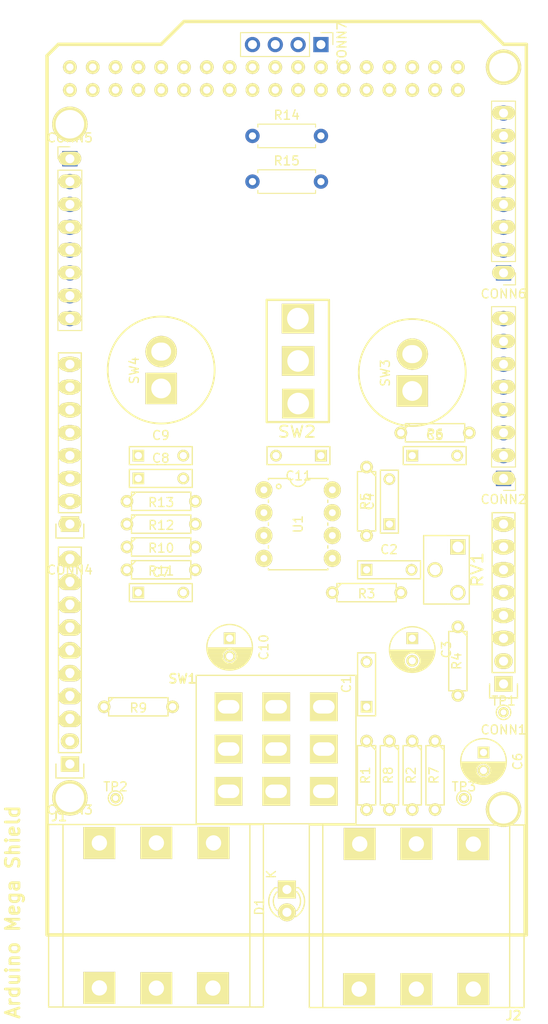
<source format=kicad_pcb>
(kicad_pcb (version 20211014) (generator pcbnew)
  (layers (0 "F.Cu" signal) (31 "B.Cu" signal) (34 "B.Paste" user) (35 "F.Paste" user) (36 "B.SilkS" user "B.Silkscreen") (37 "F.SilkS" user "F.Silkscreen") (38 "B.Mask" user) (39 "F.Mask" user) (44 "Edge.Cuts" user))
  (net 0 "")
  (net 1 "/FX In")
  (net 2 "Net-(C1-Pad2)")
  (net 3 "GND")
  (net 4 "Net-(C2-Pad2)")
  (net 5 "Net-(C3-Pad1)")
  (net 6 "Net-(C4-Pad1)")
  (net 7 "Net-(C4-Pad2)")
  (net 8 "/A0")
  (net 9 "Net-(C6-Pad1)")
  (net 10 "Net-(C7-Pad2)")
  (net 11 "Net-(C8-Pad1)")
  (net 12 "Net-(C9-Pad1)")
  (net 13 "Net-(C10-Pad1)")
  (net 14 "/FX Out")
  (net 15 "+5V")
  (net 17 "/IOref")
  (net 18 "/RST")
  (net 19 "/+3V3")
  (net 20 "/VIN")
  (net 21 "/A1")
  (net 22 "/A2")
  (net 23 "/A3")
  (net 24 "/A4")
  (net 25 "/A5")
  (net 30 "/AREF")
  (net 31 "/GND_DISPLAY")
  (net 32 "/DIG_13")
  (net 33 "/DIG_12")
  (net 34 "/PWM_11")
  (net 35 "/PWM_10")
  (net 36 "/PWM_9")
  (net 37 "/DIG_8")
  (net 38 "/DIG_7")
  (net 39 "/PWM_6")
  (net 40 "/PWM_5")
  (net 41 "/DIG_4")
  (net 42 "/PWM_3")
  (net 43 "/DIG_2")
  (net 44 "/TX_1")
  (net 45 "/RX_0")
  (net 46 "/SCL")
  (net 47 "/SDA")
  (net 62 "Net-(D1-Pad2)")
  (net 63 "/Output Jack")
  (net 64 "/Input Jack")
  (net 65 "Net-(R4-Pad2)")
  (net 66 "/Bypass")
  (net 67 "/Fx In")
  (footprint "Capacitors_ThroughHole:C_Rect_L7_W2_P5" (layer "F.Cu") (at 129.54 96.52)
    (fp_text reference "C8" (at 2.5 -2.25) (layer "F.SilkS"))
    (fp_text value "6.8n")
    (pad "1" thru_hole rect locked (at 0 0) (size 1.3 1.3) (drill 0.8) (layers *.Cu *.Mask "F.SilkS") (net 11 "Net-(C8-Pad1)"))
    (pad "2" thru_hole circle locked (at 5 0) (size 1.3 1.3) (drill 0.8) (layers *.Cu *.Mask "F.SilkS") (net 3 "GND"))
  )
  (footprint "Capacitors_ThroughHole:C_Rect_L7_W2_P5" (layer "F.Cu") (at 149.86 93.98 180)
    (fp_text reference "C11" (at 2.5 -2.25) (layer "F.SilkS"))
    (fp_text value "100n")
    (pad "1" thru_hole rect locked (at 0 0 180) (size 1.3 1.3) (drill 0.8) (layers *.Cu *.Mask "F.SilkS") (net 15 "+5V"))
    (pad "2" thru_hole circle locked (at 5 0 180) (size 1.3 1.3) (drill 0.8) (layers *.Cu *.Mask "F.SilkS") (net 3 "GND"))
  )
  (footprint "Capacitors_ThroughHole:C_Radial_D5_L11_P2" (layer "F.Cu") (at 139.7 114.3 -90)
    (fp_text reference "C10" (at 1 -3.8 90) (layer "F.SilkS"))
    (fp_text value "4.7u")
    (pad "1" thru_hole rect locked (at 0 0 270) (size 1.3 1.3) (drill 0.8) (layers *.Cu *.Mask "F.SilkS") (net 13 "Net-(C10-Pad1)"))
    (pad "2" thru_hole circle locked (at 2 0 270) (size 1.3 1.3) (drill 0.8) (layers *.Cu *.Mask "F.SilkS") (net 14 "/FX Out"))
  )
  (footprint "Discret:R3" (layer "F.Cu") (at 132.08 101.6)
    (fp_text reference "R12" (at 0 0.127) (layer "F.SilkS"))
    (fp_text value "4.7K")
    (pad "1" thru_hole circle locked (at -3.81 0) (size 1.397 1.397) (drill 0.8128) (layers *.Cu *.Mask "F.SilkS") (net 10 "Net-(C7-Pad2)"))
    (pad "2" thru_hole circle locked (at 3.81 0) (size 1.397 1.397) (drill 0.8128) (layers *.Cu *.Mask "F.SilkS") (net 12 "Net-(C9-Pad1)"))
  )
  (footprint "Pin_Headers:Pin_Header_Straight_1x08" (layer "F.Cu") (at 170.18 119.38 180)
    (fp_text reference "CONN1" (at 0 -5.1) (layer "F.SilkS"))
    (fp_text value "CONN_01X08")
    (pad "1" thru_hole rect locked (at 0 0 180) (size 2.032 1.7272) (drill 1.016) (layers *.Cu *.Mask "F.SilkS"))
    (pad "2" thru_hole oval locked (at 0 2.54 180) (size 2.032 1.7272) (drill 1.016) (layers *.Cu *.Mask "F.SilkS") (net 17 "/IOref"))
    (pad "3" thru_hole oval locked (at 0 5.08 180) (size 2.032 1.7272) (drill 1.016) (layers *.Cu *.Mask "F.SilkS") (net 18 "/RST"))
    (pad "4" thru_hole oval locked (at 0 7.62 180) (size 2.032 1.7272) (drill 1.016) (layers *.Cu *.Mask "F.SilkS") (net 19 "/+3V3"))
    (pad "5" thru_hole oval locked (at 0 10.16 180) (size 2.032 1.7272) (drill 1.016) (layers *.Cu *.Mask "F.SilkS") (net 15 "+5V"))
    (pad "6" thru_hole oval locked (at 0 12.7 180) (size 2.032 1.7272) (drill 1.016) (layers *.Cu *.Mask "F.SilkS") (net 3 "GND"))
    (pad "7" thru_hole oval locked (at 0 15.24 180) (size 2.032 1.7272) (drill 1.016) (layers *.Cu *.Mask "F.SilkS") (net 3 "GND"))
    (pad "8" thru_hole oval locked (at 0 17.78 180) (size 2.032 1.7272) (drill 1.016) (layers *.Cu *.Mask "F.SilkS") (net 20 "/VIN"))
  )
  (footprint "Capacitors_ThroughHole:C_Rect_L7_W2_P5" (layer "F.Cu") (at 154.94 106.68)
    (fp_text reference "C2" (at 2.5 -2.25) (layer "F.SilkS"))
    (fp_text value "6.8n")
    (pad "1" thru_hole rect locked (at 0 0) (size 1.3 1.3) (drill 0.8) (layers *.Cu *.Mask "F.SilkS") (net 3 "GND"))
    (pad "2" thru_hole circle locked (at 5 0) (size 1.3 1.3) (drill 0.8) (layers *.Cu *.Mask "F.SilkS") (net 4 "Net-(C2-Pad2)"))
  )
  (footprint "Discret:R3" (layer "F.Cu") (at 160.02 129.54 -90)
    (fp_text reference "R2" (at 0 0.127 90) (layer "F.SilkS"))
    (fp_text value "1M")
    (pad "1" thru_hole circle locked (at -3.81 0 270) (size 1.397 1.397) (drill 0.8128) (layers *.Cu *.Mask "F.SilkS") (net 2 "Net-(C1-Pad2)"))
    (pad "2" thru_hole circle locked (at 3.81 0 270) (size 1.397 1.397) (drill 0.8128) (layers *.Cu *.Mask "F.SilkS") (net 9 "Net-(C6-Pad1)"))
  )
  (footprint "lib_psuno:JACK_AUDIO" (layer "F.Cu") (at 119.453226 134.113736)
    (fp_text reference "J1" (at 1.27 0) (layer "F.SilkS") (effects (font (size 1.016 1.016) (thickness 0.2032))))
    (fp_text value "OUTPUT" hide)
    (pad "1" thru_hole rect locked (at 18.3896 19.09318) (size 3.556 3.556) (drill 1.7) (layers *.Cu *.Mask "F.SilkS") (net 63 "/Output Jack"))
    (pad "2" thru_hole rect locked (at 12.0904 19.1008) (size 3.556 3.556) (drill 1.7) (layers *.Cu *.Mask "F.SilkS") (net 3 "GND"))
    (pad "3" thru_hole rect locked (at 5.74802 19.0754) (size 3.556 3.556) (drill 1.7) (layers *.Cu *.Mask "F.SilkS") (net 3 "GND"))
    (pad "4" thru_hole rect locked (at 18.4531 2.9464) (size 3.556 3.556) (drill 1.7) (layers *.Cu *.Mask "F.SilkS"))
    (pad "5" thru_hole rect locked (at 12.0904 2.9464) (size 3.556 3.556) (drill 1.7) (layers *.Cu *.Mask "F.SilkS"))
    (pad "6" thru_hole rect locked (at 5.74802 2.95402) (size 3.556 3.556) (drill 1.7) (layers *.Cu *.Mask "F.SilkS"))
  )
  (footprint "lib_psuno:push_buttom_psuno" (layer "F.Cu") (at 132.08 86.51 90)
    (fp_text reference "SW4" (at 2 -3 90) (layer "F.SilkS"))
    (fp_text value "SW_PUSH")
    (pad "1" thru_hole rect locked (at 0 0 90) (size 3.5 3.5) (drill oval 2.2) (layers *.Cu *.Mask "F.SilkS") (net 3 "GND"))
    (pad "2" thru_hole circle locked (at 4.1 0 90) (size 3.5 3.5) (drill oval 2 2.2) (layers *.Cu *.Mask "F.SilkS") (net 25 "/A5"))
  )
  (footprint "Resistors_ThroughHole:R_Axial_DIN0207_L6.3mm_D2.5mm_P7.62mm_Horizontal" (layer "F.Cu") (at 142.24 63.5)
    (fp_text reference "R15" (at 3.81 -2.31) (layer "F.SilkS"))
    (fp_text value "4.7K")
    (pad "1" thru_hole circle locked (at 0 0) (size 1.6 1.6) (drill 0.8) (layers *.Cu *.Mask) (net 15 "+5V"))
    (pad "2" thru_hole oval locked (at 7.62 0) (size 1.6 1.6) (drill 0.8) (layers *.Cu *.Mask) (net 47 "/SDA"))
  )
  (footprint "Pin_Headers:Pin_Header_Straight_1x04_Pitch2.54mm" (layer "F.Cu") (at 149.86 48.26 -90)
    (fp_text reference "CONN7" (at 0 -2.33 90) (layer "F.SilkS"))
    (fp_text value "CONN_01X04")
    (pad "1" thru_hole rect locked (at 0 0 270) (size 1.7 1.7) (drill 1) (layers *.Cu *.Mask) (net 47 "/SDA"))
    (pad "2" thru_hole oval locked (at 0 2.54 270) (size 1.7 1.7) (drill 1) (layers *.Cu *.Mask) (net 46 "/SCL"))
    (pad "3" thru_hole oval locked (at 0 5.08 270) (size 1.7 1.7) (drill 1) (layers *.Cu *.Mask) (net 15 "+5V"))
    (pad "4" thru_hole oval locked (at 0 7.62 270) (size 1.7 1.7) (drill 1) (layers *.Cu *.Mask) (net 31 "/GND_DISPLAY"))
  )
  (footprint "Discret:R3" (layer "F.Cu") (at 154.94 99.06 -90)
    (fp_text reference "R5" (at 0 0.127 90) (layer "F.SilkS"))
    (fp_text value "100K")
    (pad "1" thru_hole circle locked (at -3.81 0 270) (size 1.397 1.397) (drill 0.8128) (layers *.Cu *.Mask "F.SilkS") (net 6 "Net-(C4-Pad1)"))
    (pad "2" thru_hole circle locked (at 3.81 0 270) (size 1.397 1.397) (drill 0.8128) (layers *.Cu *.Mask "F.SilkS") (net 7 "Net-(C4-Pad2)"))
  )
  (footprint "Connect:PINTST" (layer "F.Cu") (at 165.772872 132.08)
    (fp_text reference "TP3" (at 0 -1.26746) (layer "F.SilkS"))
    (fp_text value "2V5 TP")
    (pad "1" thru_hole circle locked (at 0 0) (size 1.143 1.143) (drill 0.635) (layers *.Cu *.Mask "F.SilkS") (net 9 "Net-(C6-Pad1)"))
  )
  (footprint "Discret:R3" (layer "F.Cu") (at 162.56 91.44)
    (fp_text reference "R6" (at 0 0.127) (layer "F.SilkS"))
    (fp_text value "4.7K")
    (pad "1" thru_hole circle locked (at -3.81 0) (size 1.397 1.397) (drill 0.8128) (layers *.Cu *.Mask "F.SilkS") (net 7 "Net-(C4-Pad2)"))
    (pad "2" thru_hole circle locked (at 3.81 0) (size 1.397 1.397) (drill 0.8128) (layers *.Cu *.Mask "F.SilkS") (net 8 "/A0"))
  )
  (footprint "Discret:R3" (layer "F.Cu") (at 165.1 116.84 -90)
    (fp_text reference "R4" (at 0 0.127 90) (layer "F.SilkS"))
    (fp_text value "4.7K")
    (pad "1" thru_hole circle locked (at -3.81 0 270) (size 1.397 1.397) (drill 0.8128) (layers *.Cu *.Mask "F.SilkS") (net 5 "Net-(C3-Pad1)"))
    (pad "2" thru_hole circle locked (at 3.81 0 270) (size 1.397 1.397) (drill 0.8128) (layers *.Cu *.Mask "F.SilkS") (net 65 "Net-(R4-Pad2)"))
  )
  (footprint "Capacitors_ThroughHole:C_Rect_L7_W2_P5" (layer "F.Cu") (at 129.54 109.22)
    (fp_text reference "C7" (at 2.5 -2.25) (layer "F.SilkS"))
    (fp_text value "6.8n")
    (pad "1" thru_hole rect locked (at 0 0) (size 1.3 1.3) (drill 0.8) (layers *.Cu *.Mask "F.SilkS") (net 3 "GND"))
    (pad "2" thru_hole circle locked (at 5 0) (size 1.3 1.3) (drill 0.8) (layers *.Cu *.Mask "F.SilkS") (net 10 "Net-(C7-Pad2)"))
  )
  (footprint "Capacitors_ThroughHole:C_Rect_L7_W2_P5" (layer "F.Cu") (at 157.48 101.6 90)
    (fp_text reference "C4" (at 2.5 -2.25 90) (layer "F.SilkS"))
    (fp_text value "270p")
    (pad "1" thru_hole rect locked (at 0 0 90) (size 1.3 1.3) (drill 0.8) (layers *.Cu *.Mask "F.SilkS") (net 6 "Net-(C4-Pad1)"))
    (pad "2" thru_hole circle locked (at 5 0 90) (size 1.3 1.3) (drill 0.8) (layers *.Cu *.Mask "F.SilkS") (net 7 "Net-(C4-Pad2)"))
  )
  (footprint "Discret:R3" (layer "F.Cu") (at 154.94 129.54 -90)
    (fp_text reference "R1" (at 0 0.127 90) (layer "F.SilkS"))
    (fp_text value "1M")
    (pad "1" thru_hole circle locked (at -3.81 0 270) (size 1.397 1.397) (drill 0.8128) (layers *.Cu *.Mask "F.SilkS") (net 1 "/FX In"))
    (pad "2" thru_hole circle locked (at 3.81 0 270) (size 1.397 1.397) (drill 0.8128) (layers *.Cu *.Mask "F.SilkS") (net 3 "GND"))
  )
  (footprint "lib_psuno:push_buttom_psuno" (layer "F.Cu") (at 160.02 86.79 90)
    (fp_text reference "SW3" (at 2 -3 90) (layer "F.SilkS"))
    (fp_text value "SW_PUSH")
    (pad "1" thru_hole rect locked (at 0 0 90) (size 3.5 3.5) (drill oval 2.2) (layers *.Cu *.Mask "F.SilkS") (net 3 "GND"))
    (pad "2" thru_hole circle locked (at 4.1 0 90) (size 3.5 3.5) (drill oval 2 2.2) (layers *.Cu *.Mask "F.SilkS") (net 24 "/A4"))
  )
  (footprint "Discret:R3" (layer "F.Cu") (at 129.54 121.92)
    (fp_text reference "R9" (at 0 0.127) (layer "F.SilkS"))
    (fp_text value "4.7K")
    (pad "1" thru_hole circle locked (at -3.81 0) (size 1.397 1.397) (drill 0.8128) (layers *.Cu *.Mask "F.SilkS") (net 32 "/DIG_13"))
    (pad "2" thru_hole circle locked (at 3.81 0) (size 1.397 1.397) (drill 0.8128) (layers *.Cu *.Mask "F.SilkS") (net 62 "Net-(D1-Pad2)"))
  )
  (footprint "lib_psuno:SW_SPDT" (layer "F.Cu") (at 147.32 83.4517)
    (fp_text reference "SW2" (at -0.127 7.874) (layer "F.SilkS") (effects (font (size 1.27 1.397) (thickness 0.2))))
    (fp_text value "SWITCH_INV" hide)
    (pad "1" thru_hole rect locked (at -0.0254 -4.7117) (size 3.6 3.3) (drill 2.399999) (layers *.Cu *.Mask "F.SilkS"))
    (pad "2" thru_hole rect locked (at 0 0) (size 3.6 3.3) (drill 2.399999) (layers *.Cu *.Mask "F.SilkS") (net 43 "/DIG_2"))
    (pad "3" thru_hole rect locked (at 0.0127 4.7371) (size 3.6 3.3) (drill 2.399999) (layers *.Cu *.Mask "F.SilkS") (net 3 "GND"))
  )
  (footprint "lib_psuno:POT_LOG" (layer "F.Cu") (at 162.56 106.68 -90)
    (fp_text reference "RV1" (at 0 -4.699 90) (layer "F.SilkS") (effects (font (size 1.27 1.397) (thickness 0.2))))
    (fp_text value "500K" hide)
    (pad "1" thru_hole rect locked (at -2.54 -2.54 270) (size 1.7 1.7) (drill 1.199999) (layers *.Cu *.Mask "F.SilkS") (net 6 "Net-(C4-Pad1)"))
    (pad "2" thru_hole circle locked (at 0 0 270) (size 1.7 1.7) (drill 1.199999) (layers *.Cu *.Mask "F.SilkS") (net 6 "Net-(C4-Pad1)"))
    (pad "3" thru_hole circle locked (at 2.54 -2.54 270) (size 1.7 1.7) (drill 1.199999) (layers *.Cu *.Mask "F.SilkS") (net 65 "Net-(R4-Pad2)"))
  )
  (footprint "Connect:PINTST" (layer "F.Cu") (at 127 132.08)
    (fp_text reference "TP2" (at 0 -1.26746) (layer "F.SilkS"))
    (fp_text value "GND TP")
    (pad "1" thru_hole circle locked (at 0 0) (size 1.143 1.143) (drill 0.635) (layers *.Cu *.Mask "F.SilkS") (net 3 "GND"))
  )
  (footprint "Resistors_ThroughHole:R_Axial_DIN0207_L6.3mm_D2.5mm_P7.62mm_Horizontal" (layer "F.Cu") (at 142.24 58.42)
    (fp_text reference "R14" (at 3.81 -2.31) (layer "F.SilkS"))
    (fp_text value "4.7K")
    (pad "1" thru_hole circle locked (at 0 0) (size 1.6 1.6) (drill 0.8) (layers *.Cu *.Mask) (net 15 "+5V"))
    (pad "2" thru_hole oval locked (at 7.62 0) (size 1.6 1.6) (drill 0.8) (layers *.Cu *.Mask) (net 46 "/SCL"))
  )
  (footprint "LEDs:LED-3MM" (layer "F.Cu") (at 146.074589 142.24 -90)
    (fp_text reference "D1" (at 1.91 3.06 90) (layer "F.SilkS"))
    (fp_text value "LED")
    (fp_text user "K" (at -1.69 1.74 90) (layer "F.SilkS"))
    (pad "1" thru_hole rect locked (at 0 0) (size 2 2) (drill 1.00076) (layers *.Cu *.Mask "F.SilkS") (net 3 "GND"))
    (pad "2" thru_hole circle locked (at 2.54 0 270) (size 2 2) (drill 1.00076) (layers *.Cu *.Mask "F.SilkS") (net 62 "Net-(D1-Pad2)"))
  )
  (footprint "Discret:R3" (layer "F.Cu") (at 132.08 99.06)
    (fp_text reference "R13" (at 0 0.127) (layer "F.SilkS"))
    (fp_text value "4.7K")
    (pad "1" thru_hole circle locked (at -3.81 0) (size 1.397 1.397) (drill 0.8128) (layers *.Cu *.Mask "F.SilkS") (net 12 "Net-(C9-Pad1)"))
    (pad "2" thru_hole circle locked (at 3.81 0) (size 1.397 1.397) (drill 0.8128) (layers *.Cu *.Mask "F.SilkS") (net 11 "Net-(C8-Pad1)"))
  )
  (footprint "Discret:R3" (layer "F.Cu") (at 132.08 104.14)
    (fp_text reference "R10" (at 0 0.127) (layer "F.SilkS"))
    (fp_text value "4.7K")
    (pad "1" thru_hole circle locked (at -3.81 0) (size 1.397 1.397) (drill 0.8128) (layers *.Cu *.Mask "F.SilkS") (net 39 "/PWM_6"))
    (pad "2" thru_hole circle locked (at 3.81 0) (size 1.397 1.397) (drill 0.8128) (layers *.Cu *.Mask "F.SilkS") (net 10 "Net-(C7-Pad2)"))
  )
  (footprint "Capacitors_ThroughHole:C_Rect_L7_W2_P5" (layer "F.Cu") (at 129.54 93.98)
    (fp_text reference "C9" (at 2.5 -2.25) (layer "F.SilkS"))
    (fp_text value "6.8n")
    (pad "1" thru_hole rect locked (at 0 0) (size 1.3 1.3) (drill 0.8) (layers *.Cu *.Mask "F.SilkS") (net 12 "Net-(C9-Pad1)"))
    (pad "2" thru_hole circle locked (at 5 0) (size 1.3 1.3) (drill 0.8) (layers *.Cu *.Mask "F.SilkS") (net 13 "Net-(C10-Pad1)"))
  )
  (footprint "Capacitors_ThroughHole:C_Radial_D5_L11_P2" (layer "F.Cu") (at 167.952687 127 -90)
    (fp_text reference "C6" (at 1 -3.8 90) (layer "F.SilkS"))
    (fp_text value "4.7uF")
    (pad "1" thru_hole rect locked (at 0 0 270) (size 1.3 1.3) (drill 0.8) (layers *.Cu *.Mask "F.SilkS") (net 9 "Net-(C6-Pad1)"))
    (pad "2" thru_hole circle locked (at 2 0 270) (size 1.3 1.3) (drill 0.8) (layers *.Cu *.Mask "F.SilkS") (net 3 "GND"))
  )
  (footprint "Connect:PINTST" (layer "F.Cu") (at 170.18 122.536436)
    (fp_text reference "TP1" (at 0 -1.26746) (layer "F.SilkS"))
    (fp_text value "5V TP")
    (pad "1" thru_hole circle locked (at 0 0) (size 1.143 1.143) (drill 0.635) (layers *.Cu *.Mask "F.SilkS") (net 15 "+5V"))
  )
  (footprint "Discret:R3" (layer "F.Cu") (at 157.48 129.54 -90)
    (fp_text reference "R8" (at 0 0.127 90) (layer "F.SilkS"))
    (fp_text value "100K")
    (pad "1" thru_hole circle locked (at -3.81 0 270) (size 1.397 1.397) (drill 0.8128) (layers *.Cu *.Mask "F.SilkS") (net 15 "+5V"))
    (pad "2" thru_hole circle locked (at 3.81 0 270) (size 1.397 1.397) (drill 0.8128) (layers *.Cu *.Mask "F.SilkS") (net 9 "Net-(C6-Pad1)"))
  )
  (footprint "Discret:R3" (layer "F.Cu") (at 154.94 109.22)
    (fp_text reference "R3" (at 0 0.127) (layer "F.SilkS"))
    (fp_text value "4.7K")
    (pad "1" thru_hole circle locked (at -3.81 0) (size 1.397 1.397) (drill 0.8128) (layers *.Cu *.Mask "F.SilkS") (net 2 "Net-(C1-Pad2)"))
    (pad "2" thru_hole circle locked (at 3.81 0) (size 1.397 1.397) (drill 0.8128) (layers *.Cu *.Mask "F.SilkS") (net 4 "Net-(C2-Pad2)"))
  )
  (footprint "Capacitors_ThroughHole:C_Rect_L7_W2_P5" (layer "F.Cu") (at 160.02 93.98)
    (fp_text reference "C5" (at 2.5 -2.25) (layer "F.SilkS"))
    (fp_text value "6.8n")
    (pad "1" thru_hole rect locked (at 0 0) (size 1.3 1.3) (drill 0.8) (layers *.Cu *.Mask "F.SilkS") (net 3 "GND"))
    (pad "2" thru_hole circle locked (at 5 0) (size 1.3 1.3) (drill 0.8) (layers *.Cu *.Mask "F.SilkS") (net 8 "/A0"))
  )
  (footprint "Pin_Headers:Pin_Header_Straight_1x10" (layer "F.Cu") (at 121.92 128.29 180)
    (fp_text reference "CONN3" (at 0 -5.1) (layer "F.SilkS"))
    (fp_text value "CONN_01X10")
    (pad "1" thru_hole rect locked (at 0 0 180) (size 2.032 1.7272) (drill 1.016) (layers *.Cu *.Mask "F.SilkS"))
    (pad "2" thru_hole oval locked (at 0 2.54 180) (size 2.032 1.7272) (drill 1.016) (layers *.Cu *.Mask "F.SilkS"))
    (pad "3" thru_hole oval locked (at 0 5.08 180) (size 2.032 1.7272) (drill 1.016) (layers *.Cu *.Mask "F.SilkS") (net 30 "/AREF"))
    (pad "4" thru_hole oval locked (at 0 7.62 180) (size 2.032 1.7272) (drill 1.016) (layers *.Cu *.Mask "F.SilkS") (net 31 "/GND_DISPLAY"))
    (pad "5" thru_hole oval locked (at 0 10.16 180) (size 2.032 1.7272) (drill 1.016) (layers *.Cu *.Mask "F.SilkS") (net 32 "/DIG_13"))
    (pad "6" thru_hole oval locked (at 0 12.7 180) (size 2.032 1.7272) (drill 1.016) (layers *.Cu *.Mask "F.SilkS") (net 33 "/DIG_12"))
    (pad "7" thru_hole oval locked (at 0 15.24 180) (size 2.032 1.7272) (drill 1.016) (layers *.Cu *.Mask "F.SilkS") (net 34 "/PWM_11"))
    (pad "8" thru_hole oval locked (at 0 17.78 180) (size 2.032 1.7272) (drill 1.016) (layers *.Cu *.Mask "F.SilkS") (net 35 "/PWM_10"))
    (pad "9" thru_hole oval locked (at 0 20.32 180) (size 2.032 1.7272) (drill 1.016) (layers *.Cu *.Mask "F.SilkS") (net 36 "/PWM_9"))
    (pad "10" thru_hole oval locked (at 0 22.86 180) (size 2.032 1.7272) (drill 1.016) (layers *.Cu *.Mask "F.SilkS") (net 37 "/DIG_8"))
  )
  (footprint "Pin_Headers:Pin_Header_Straight_1x08_Pitch2.54mm" (layer "F.Cu") (at 170.18 96.52 180)
    (fp_text reference "CONN2" (at 0 -2.33) (layer "F.SilkS"))
    (fp_text value "CONN_01X08")
    (pad "1" thru_hole rect locked (at 0 0 180) (size 1.7 1.7) (drill 1) (layers *.Cu *.Mask) (net 8 "/A0"))
    (pad "2" thru_hole oval locked (at 0 2.54 180) (size 1.7 1.7) (drill 1) (layers *.Cu *.Mask) (net 21 "/A1"))
    (pad "3" thru_hole oval locked (at 0 5.08 180) (size 1.7 1.7) (drill 1) (layers *.Cu *.Mask) (net 22 "/A2"))
    (pad "4" thru_hole oval locked (at 0 7.62 180) (size 1.7 1.7) (drill 1) (layers *.Cu *.Mask) (net 23 "/A3"))
    (pad "5" thru_hole oval locked (at 0 10.16 180) (size 1.7 1.7) (drill 1) (layers *.Cu *.Mask) (net 24 "/A4"))
    (pad "6" thru_hole oval locked (at 0 12.7 180) (size 1.7 1.7) (drill 1) (layers *.Cu *.Mask) (net 25 "/A5"))
    (pad "7" thru_hole oval locked (at 0 15.24 180) (size 1.7 1.7) (drill 1) (layers *.Cu *.Mask))
    (pad "8" thru_hole oval locked (at 0 17.78 180) (size 1.7 1.7) (drill 1) (layers *.Cu *.Mask))
  )
  (footprint "Pin_Headers:Pin_Header_Straight_1x08" (layer "F.Cu") (at 121.92 101.6 180)
    (fp_text reference "CONN4" (at 0 -5.1) (layer "F.SilkS"))
    (fp_text value "CONN_01X08")
    (pad "1" thru_hole rect locked (at 0 0 180) (size 2.032 1.7272) (drill 1.016) (layers *.Cu *.Mask "F.SilkS") (net 38 "/DIG_7"))
    (pad "2" thru_hole oval locked (at 0 2.54 180) (size 2.032 1.7272) (drill 1.016) (layers *.Cu *.Mask "F.SilkS") (net 39 "/PWM_6"))
    (pad "3" thru_hole oval locked (at 0 5.08 180) (size 2.032 1.7272) (drill 1.016) (layers *.Cu *.Mask "F.SilkS") (net 40 "/PWM_5"))
    (pad "4" thru_hole oval locked (at 0 7.62 180) (size 2.032 1.7272) (drill 1.016) (layers *.Cu *.Mask "F.SilkS") (net 41 "/DIG_4"))
    (pad "5" thru_hole oval locked (at 0 10.16 180) (size 2.032 1.7272) (drill 1.016) (layers *.Cu *.Mask "F.SilkS") (net 42 "/PWM_3"))
    (pad "6" thru_hole oval locked (at 0 12.7 180) (size 2.032 1.7272) (drill 1.016) (layers *.Cu *.Mask "F.SilkS") (net 43 "/DIG_2"))
    (pad "7" thru_hole oval locked (at 0 15.24 180) (size 2.032 1.7272) (drill 1.016) (layers *.Cu *.Mask "F.SilkS") (net 44 "/TX_1"))
    (pad "8" thru_hole oval locked (at 0 17.78 180) (size 2.032 1.7272) (drill 1.016) (layers *.Cu *.Mask "F.SilkS") (net 45 "/RX_0"))
  )
  (footprint "Capacitors_ThroughHole:C_Rect_L7_W2_P5" (layer "F.Cu") (at 154.94 121.92 90)
    (fp_text reference "C1" (at 2.5 -2.25 90) (layer "F.SilkS"))
    (fp_text value "0.1u")
    (pad "1" thru_hole rect locked (at 0 0 90) (size 1.3 1.3) (drill 0.8) (layers *.Cu *.Mask "F.SilkS") (net 1 "/FX In"))
    (pad "2" thru_hole circle locked (at 5 0 90) (size 1.3 1.3) (drill 0.8) (layers *.Cu *.Mask "F.SilkS") (net 2 "Net-(C1-Pad2)"))
  )
  (footprint "Discret:R3" (layer "F.Cu") (at 132.08 106.68)
    (fp_text reference "R11" (at 0 0.127) (layer "F.SilkS"))
    (fp_text value "1M2")
    (pad "1" thru_hole circle locked (at -3.81 0) (size 1.397 1.397) (drill 0.8128) (layers *.Cu *.Mask "F.SilkS") (net 38 "/DIG_7"))
    (pad "2" thru_hole circle locked (at 3.81 0) (size 1.397 1.397) (drill 0.8128) (layers *.Cu *.Mask "F.SilkS") (net 10 "Net-(C7-Pad2)"))
  )
  (footprint "lib_psuno:JACK_AUDIO" (layer "F.Cu") (at 172.565668 156.268195 180)
    (fp_text reference "J2" (at 1.27 0) (layer "F.SilkS") (effects (font (size 1.016 1.016) (thickness 0.2032))))
    (fp_text value "INPUT" hide)
    (pad "1" thru_hole rect locked (at 18.3896 19.09318 180) (size 3.556 3.556) (drill 1.7) (layers *.Cu *.Mask "F.SilkS") (net 64 "/Input Jack"))
    (pad "2" thru_hole rect locked (at 12.0904 19.1008 180) (size 3.556 3.556) (drill 1.7) (layers *.Cu *.Mask "F.SilkS") (net 3 "GND"))
    (pad "3" thru_hole rect locked (at 5.74802 19.0754 180) (size 3.556 3.556) (drill 1.7) (layers *.Cu *.Mask "F.SilkS") (net 3 "GND"))
    (pad "4" thru_hole rect locked (at 18.4531 2.9464 180) (size 3.556 3.556) (drill 1.7) (layers *.Cu *.Mask "F.SilkS"))
    (pad "5" thru_hole rect locked (at 12.0904 2.9464 180) (size 3.556 3.556) (drill 1.7) (layers *.Cu *.Mask "F.SilkS"))
    (pad "6" thru_hole rect locked (at 5.74802 2.95402 180) (size 3.556 3.556) (drill 1.7) (layers *.Cu *.Mask "F.SilkS"))
  )
  (footprint "Capacitors_ThroughHole:C_Radial_D5_L11_P2.5" (layer "F.Cu") (at 160.02 114.3 -90)
    (fp_text reference "C3" (at 1.25 -3.8 90) (layer "F.SilkS"))
    (fp_text value "4.7u")
    (pad "1" thru_hole rect locked (at 0 0 270) (size 1.3 1.3) (drill 0.8) (layers *.Cu *.Mask "F.SilkS") (net 5 "Net-(C3-Pad1)"))
    (pad "2" thru_hole circle locked (at 2.5 0 270) (size 1.3 1.3) (drill 0.8) (layers *.Cu *.Mask "F.SilkS") (net 3 "GND"))
  )
  (footprint "Discret:R3" (layer "F.Cu") (at 162.56 129.54 -90)
    (fp_text reference "R7" (at 0 0.127 90) (layer "F.SilkS"))
    (fp_text value "100K")
    (pad "1" thru_hole circle locked (at -3.81 0 270) (size 1.397 1.397) (drill 0.8128) (layers *.Cu *.Mask "F.SilkS") (net 3 "GND"))
    (pad "2" thru_hole circle locked (at 3.81 0 270) (size 1.397 1.397) (drill 0.8128) (layers *.Cu *.Mask "F.SilkS") (net 9 "Net-(C6-Pad1)"))
  )
  (footprint "Pin_Headers:Pin_Header_Straight_1x08_Pitch2.54mm" (layer "F.Cu") (at 170.18 73.66 180)
    (fp_text reference "CONN6" (at 0 -2.33) (layer "F.SilkS"))
    (fp_text value "CONN_01X08")
    (pad "1" thru_hole rect locked (at 0 0 180) (size 1.7 1.7) (drill 1) (layers *.Cu *.Mask))
    (pad "2" thru_hole oval locked (at 0 2.54 180) (size 1.7 1.7) (drill 1) (layers *.Cu *.Mask))
    (pad "3" thru_hole oval locked (at 0 5.08 180) (size 1.7 1.7) (drill 1) (layers *.Cu *.Mask))
    (pad "4" thru_hole oval locked (at 0 7.62 180) (size 1.7 1.7) (drill 1) (layers *.Cu *.Mask))
    (pad "5" thru_hole oval locked (at 0 10.16 180) (size 1.7 1.7) (drill 1) (layers *.Cu *.Mask))
    (pad "6" thru_hole oval locked (at 0 12.7 180) (size 1.7 1.7) (drill 1) (layers *.Cu *.Mask))
    (pad "7" thru_hole oval locked (at 0 15.24 180) (size 1.7 1.7) (drill 1) (layers *.Cu *.Mask))
    (pad "8" thru_hole oval locked (at 0 17.78 180) (size 1.7 1.7) (drill 1) (layers *.Cu *.Mask))
  )
  (footprint "lib_psuno:3PDT_psuno" (layer "F.Cu") (at 135.9775 118.42)
    (fp_text reference "SW1" (at -1.524 0.381) (layer "F.SilkS") (effects (font (size 1.016 1.016) (thickness 0.2032))))
    (fp_text value "SWITCH_3PDT" hide)
    (pad "1" thru_hole rect locked (at 3.6 3.5) (size 3.1 3.2) (drill oval 2.4 1.5) (layers *.Cu *.Mask "F.SilkS") (net 14 "/FX Out"))
    (pad "2" thru_hole rect locked (at 3.6 8.2) (size 3.1 3.2) (drill oval 2.4 1.5) (layers *.Cu *.Mask "F.SilkS") (net 63 "/Output Jack"))
    (pad "3" thru_hole rect locked (at 3.6 12.9) (size 3.1 3.2) (drill oval 2.4 1.5) (layers *.Cu *.Mask "F.SilkS") (net 66 "/Bypass"))
    (pad "4" thru_hole rect locked (at 8.9 3.5) (size 3.1 3.2) (drill oval 2.4 1.5) (layers *.Cu *.Mask "F.SilkS"))
    (pad "5" thru_hole rect locked (at 8.9 8.2) (size 3.1 3.2) (drill oval 2.4 1.5) (layers *.Cu *.Mask "F.SilkS") (net 33 "/DIG_12"))
    (pad "6" thru_hole rect locked (at 8.9 12.9) (size 3.1 3.2) (drill oval 2.4 1.5) (layers *.Cu *.Mask "F.SilkS") (net 3 "GND"))
    (pad "7" thru_hole rect locked (at 14.2 3.5) (size 3.1 3.2) (drill oval 2.4 1.5) (layers *.Cu *.Mask "F.SilkS") (net 67 "/Fx In"))
    (pad "8" thru_hole rect locked (at 14.2 8.2) (size 3.1 3.2) (drill oval 2.4 1.5) (layers *.Cu *.Mask "F.SilkS") (net 64 "/Input Jack"))
    (pad "9" thru_hole rect locked (at 14.2 12.9) (size 3.1 3.2) (drill oval 2.4 1.5) (layers *.Cu *.Mask "F.SilkS") (net 66 "/Bypass"))
  )
  (footprint "arduino_shields:ARDUINO MEGA SHIELD" (layer "F.Cu") (at 172.72 147.29025 90)
    (fp_text reference "Arduino Mega Shield" (at 2.54 -57.15 90) (layer "F.SilkS") (effects (font (size 1.524 1.524) (thickness 0.3048))))
    (fp_text value "VAL**" hide)
    (pad "" thru_hole circle (at 90.17 -50.8 180) (size 3.937 3.937) (drill 3.175) (layers *.Cu *.Mask "F.SilkS"))
    (pad "" thru_hole circle (at 15.24 -50.8 180) (size 3.937 3.937) (drill 3.175) (layers *.Cu *.Mask "F.SilkS"))
    (pad "" thru_hole circle (at 96.52 -2.54 180) (size 3.937 3.937) (drill 3.175) (layers *.Cu *.Mask "F.SilkS"))
    (pad "" thru_hole circle (at 13.97 -2.54 180) (size 3.937 3.937) (drill 3.175) (layers *.Cu *.Mask "F.SilkS"))
    (pad "0" thru_hole oval (at 63.5 -50.8 180) (size 2.54 1.524) (drill 0.8128) (layers *.Cu *.Mask "F.SilkS"))
    (pad "1" thru_hole oval (at 60.96 -50.8 180) (size 2.54 1.524) (drill 0.8128) (layers *.Cu *.Mask "F.SilkS"))
    (pad "2" thru_hole oval (at 58.42 -50.8 180) (size 2.54 1.524) (drill 0.8128) (layers *.Cu *.Mask "F.SilkS"))
    (pad "3" thru_hole oval (at 55.88 -50.8 180) (size 2.54 1.524) (drill 0.8128) (layers *.Cu *.Mask "F.SilkS"))
    (pad "3V3" thru_hole oval (at 35.56 -2.54 180) (size 2.54 1.524) (drill 0.8128) (layers *.Cu *.Mask "F.SilkS"))
    (pad "4" thru_hole oval (at 53.34 -50.8 180) (size 2.54 1.524) (drill 0.8128) (layers *.Cu *.Mask "F.SilkS"))
    (pad "5" thru_hole oval (at 50.8 -50.8 180) (size 2.54 1.524) (drill 0.8128) (layers *.Cu *.Mask "F.SilkS"))
    (pad "5V" thru_hole oval (at 38.1 -2.54 180) (size 2.54 1.524) (drill 0.8128) (layers *.Cu *.Mask "F.SilkS"))
    (pad "5V_4" thru_hole circle (at 93.98 -50.8 90) (size 1.524 1.524) (drill 0.8128) (layers *.Cu *.Mask "F.SilkS"))
    (pad "5V_5" thru_hole circle (at 96.52 -50.8 90) (size 1.524 1.524) (drill 0.8128) (layers *.Cu *.Mask "F.SilkS"))
    (pad "6" thru_hole oval (at 48.26 -50.8 180) (size 2.54 1.524) (drill 0.8128) (layers *.Cu *.Mask "F.SilkS"))
    (pad "7" thru_hole oval (at 45.72 -50.8 180) (size 2.54 1.524) (drill 0.8128) (layers *.Cu *.Mask "F.SilkS"))
    (pad "8" thru_hole oval (at 41.656 -50.8 180) (size 2.54 1.524) (drill 0.8128) (layers *.Cu *.Mask "F.SilkS"))
    (pad "9" thru_hole oval (at 39.116 -50.8 180) (size 2.54 1.524) (drill 0.8128) (layers *.Cu *.Mask "F.SilkS"))
    (pad "10" thru_hole oval (at 36.576 -50.8 180) (size 2.54 1.524) (drill 0.8128) (layers *.Cu *.Mask "F.SilkS"))
    (pad "11" thru_hole oval (at 34.036 -50.8 180) (size 2.54 1.524) (drill 0.8128) (layers *.Cu *.Mask "F.SilkS"))
    (pad "12" thru_hole oval (at 31.496 -50.8 180) (size 2.54 1.524) (drill 0.8128) (layers *.Cu *.Mask "F.SilkS"))
    (pad "13" thru_hole oval (at 28.956 -50.8 180) (size 2.54 1.524) (drill 0.8128) (layers *.Cu *.Mask "F.SilkS"))
    (pad "14" thru_hole oval (at 68.58 -50.8 180) (size 2.54 1.524) (drill 0.8128) (layers *.Cu *.Mask "F.SilkS"))
    (pad "15" thru_hole oval (at 71.12 -50.8 180) (size 2.54 1.524) (drill 0.8128) (layers *.Cu *.Mask "F.SilkS"))
    (pad "16" thru_hole oval (at 73.66 -50.8 180) (size 2.54 1.524) (drill 0.8128) (layers *.Cu *.Mask "F.SilkS"))
    (pad "17" thru_hole oval (at 76.2 -50.8 180) (size 2.54 1.524) (drill 0.8128) (layers *.Cu *.Mask "F.SilkS"))
    (pad "18" thru_hole oval (at 78.74 -50.8 180) (size 2.54 1.524) (drill 0.8128) (layers *.Cu *.Mask "F.SilkS"))
    (pad "19" thru_hole oval (at 81.28 -50.8 180) (size 2.54 1.524) (drill 0.8128) (layers *.Cu *.Mask "F.SilkS"))
    (pad "20" thru_hole oval (at 83.82 -50.8 180) (size 2.54 1.524) (drill 0.8128) (layers *.Cu *.Mask "F.SilkS"))
    (pad "21" thru_hole oval (at 86.36 -50.8 180) (size 2.54 1.524) (drill 0.8128) (layers *.Cu *.Mask "F.SilkS"))
    (pad "22" thru_hole circle (at 93.98 -48.26 90) (size 1.524 1.524) (drill 0.8128) (layers *.Cu *.Mask "F.SilkS"))
    (pad "23" thru_hole circle (at 96.52 -48.26 90) (size 1.524 1.524) (drill 0.8128) (layers *.Cu *.Mask "F.SilkS"))
    (pad "24" thru_hole circle (at 93.98 -45.72 90) (size 1.524 1.524) (drill 0.8128) (layers *.Cu *.Mask "F.SilkS"))
    (pad "25" thru_hole circle (at 96.52 -45.72 90) (size 1.524 1.524) (drill 0.8128) (layers *.Cu *.Mask "F.SilkS"))
    (pad "26" thru_hole circle (at 93.98 -43.18 90) (size 1.524 1.524) (drill 0.8128) (layers *.Cu *.Mask "F.SilkS"))
    (pad "27" thru_hole circle (at 96.52 -43.18 90) (size 1.524 1.524) (drill 0.8128) (layers *.Cu *.Mask "F.SilkS"))
    (pad "28" thru_hole circle (at 93.98 -40.64 90) (size 1.524 1.524) (drill 0.8128) (layers *.Cu *.Mask "F.SilkS"))
    (pad "29" thru_hole circle (at 96.52 -40.64 90) (size 1.524 1.524) (drill 0.8128) (layers *.Cu *.Mask "F.SilkS"))
    (pad "30" thru_hole circle (at 93.98 -38.1 90) (size 1.524 1.524) (drill 0.8128) (layers *.Cu *.Mask "F.SilkS"))
    (pad "31" thru_hole circle (at 96.52 -38.1 90) (size 1.524 1.524) (drill 0.8128) (layers *.Cu *.Mask "F.SilkS"))
    (pad "32" thru_hole circle (at 93.98 -35.56 90) (size 1.524 1.524) (drill 0.8128) (layers *.Cu *.Mask "F.SilkS"))
    (pad "33" thru_hole circle (at 96.52 -35.56 90) (size 1.524 1.524) (drill 0.8128) (layers *.Cu *.Mask "F.SilkS"))
    (pad "34" thru_hole circle (at 93.98 -33.02 90) (size 1.524 1.524) (drill 0.8128) (layers *.Cu *.Mask "F.SilkS"))
    (pad "35" thru_hole circle (at 96.52 -33.02 90) (size 1.524 1.524) (drill 0.8128) (layers *.Cu *.Mask "F.SilkS"))
    (pad "36" thru_hole circle (at 93.98 -30.48 90) (size 1.524 1.524) (drill 0.8128) (layers *.Cu *.Mask "F.SilkS"))
    (pad "37" thru_hole circle (at 96.52 -30.48 90) (size 1.524 1.524) (drill 0.8128) (layers *.Cu *.Mask "F.SilkS"))
    (pad "38" thru_hole circle (at 93.98 -27.94 90) (size 1.524 1.524) (drill 0.8128) (layers *.Cu *.Mask "F.SilkS"))
    (pad "39" thru_hole circle (at 96.52 -27.94 90) (size 1.524 1.524) (drill 0.8128) (layers *.Cu *.Mask "F.SilkS"))
    (pad "40" thru_hole circle (at 93.98 -25.4 90) (size 1.524 1.524) (drill 0.8128) (layers *.Cu *.Mask "F.SilkS"))
    (pad "41" thru_hole circle (at 96.52 -25.4 90) (size 1.524 1.524) (drill 0.8128) (layers *.Cu *.Mask "F.SilkS"))
    (pad "42" thru_hole circle (at 93.98 -22.86 90) (size 1.524 1.524) (drill 0.8128) (layers *.Cu *.Mask "F.SilkS"))
    (pad "43" thru_hole circle (at 96.52 -22.86 90) (size 1.524 1.524) (drill 0.8128) (layers *.Cu *.Mask "F.SilkS"))
    (pad "44" thru_hole circle (at 93.98 -20.32 90) (size 1.524 1.524) (drill 0.8128) (layers *.Cu *.Mask "F.SilkS"))
    (pad "45" thru_hole circle (at 96.52 -20.32 90) (size 1.524 1.524) (drill 0.8128) (layers *.Cu *.Mask "F.SilkS"))
    (pad "46" thru_hole circle (at 93.98 -17.78 90) (size 1.524 1.524) (drill 0.8128) (layers *.Cu *.Mask "F.SilkS"))
    (pad "47" thru_hole circle (at 96.52 -17.78 90) (size 1.524 1.524) (drill 0.8128) (layers *.Cu *.Mask "F.SilkS"))
    (pad "48" thru_hole circle (at 93.98 -15.24 90) (size 1.524 1.524) (drill 0.8128) (layers *.Cu *.Mask "F.SilkS"))
    (pad "49" thru_hole circle (at 96.52 -15.24 90) (size 1.524 1.524) (drill 0.8128) (layers *.Cu *.Mask "F.SilkS"))
    (pad "50" thru_hole circle (at 93.98 -12.7 90) (size 1.524 1.524) (drill 0.8128) (layers *.Cu *.Mask "F.SilkS"))
    (pad "51" thru_hole circle (at 96.52 -12.7 90) (size 1.524 1.524) (drill 0.8128) (layers *.Cu *.Mask "F.SilkS"))
    (pad "52" thru_hole circle (at 93.98 -10.16 90) (size 1.524 1.524) (drill 0.8128) (layers *.Cu *.Mask "F.SilkS"))
    (pad "53" thru_hole circle (at 96.52 -10.16 90) (size 1.524 1.524) (drill 0.8128) (layers *.Cu *.Mask "F.SilkS"))
    (pad "AD0" thru_hole oval (at 50.8 -2.54 180) (size 2.54 1.524) (drill 0.8128) (layers *.Cu *.Mask "F.SilkS"))
    (pad "AD1" thru_hole oval (at 53.34 -2.54 180) (size 2.54 1.524) (drill 0.8128) (layers *.Cu *.Mask "F.SilkS"))
    (pad "AD2" thru_hole oval (at 55.88 -2.54 180) (size 2.54 1.524) (drill 0.8128) (layers *.Cu *.Mask "F.SilkS"))
    (pad "AD3" thru_hole oval (at 58.42 -2.54 180) (size 2.54 1.524) (drill 0.8128) (layers *.Cu *.Mask "F.SilkS"))
    (pad "AD4" thru_hole oval (at 60.96 -2.54 180) (size 2.54 1.524) (drill 0.8128) (layers *.Cu *.Mask "F.SilkS"))
    (pad "AD5" thru_hole oval (at 63.5 -2.54 180) (size 2.54 1.524) (drill 0.8128) (layers *.Cu *.Mask "F.SilkS"))
    (pad "AD6" thru_hole oval (at 66.04 -2.54 180) (size 2.54 1.524) (drill 0.8128) (layers *.Cu *.Mask "F.SilkS"))
    (pad "AD7" thru_hole oval (at 68.58 -2.54 180) (size 2.54 1.524) (drill 0.8128) (layers *.Cu *.Mask "F.SilkS"))
    (pad "AD8" thru_hole oval (at 73.66 -2.54 180) (size 2.54 1.524) (drill 0.8128) (layers *.Cu *.Mask "F.SilkS"))
    (pad "AD9" thru_hole oval (at 76.2 -2.54 180) (size 2.54 1.524) (drill 0.8128) (layers *.Cu *.Mask "F.SilkS"))
    (pad "AD10" thru_hole oval (at 78.74 -2.54 180) (size 2.54 1.524) (drill 0.8128) (layers *.Cu *.Mask "F.SilkS"))
    (pad "AD11" thru_hole oval (at 81.28 -2.54 180) (size 2.54 1.524) (drill 0.8128) (layers *.Cu *.Mask "F.SilkS"))
    (pad "AD12" thru_hole oval (at 83.82 -2.54 180) (size 2.54 1.524) (drill 0.8128) (layers *.Cu *.Mask "F.SilkS"))
    (pad "AD13" thru_hole oval (at 86.36 -2.54 180) (size 2.54 1.524) (drill 0.8128) (layers *.Cu *.Mask "F.SilkS"))
    (pad "AD14" thru_hole oval (at 88.9 -2.54 180) (size 2.54 1.524) (drill 0.8128) (layers *.Cu *.Mask "F.SilkS"))
    (pad "AD15" thru_hole oval (at 91.44 -2.54 180) (size 2.54 1.524) (drill 0.8128) (layers *.Cu *.Mask "F.SilkS"))
    (pad "AREF" thru_hole oval (at 23.876 -50.8 180) (size 2.54 1.524) (drill 0.8128) (layers *.Cu *.Mask "F.SilkS"))
    (pad "GND1" thru_hole oval (at 40.64 -2.54 180) (size 2.54 1.524) (drill 0.8128) (layers *.Cu *.Mask "F.SilkS"))
    (pad "GND2" thru_hole oval (at 43.18 -2.54 180) (size 2.54 1.524) (drill 0.8128) (layers *.Cu *.Mask "F.SilkS"))
    (pad "GND3" thru_hole oval (at 26.416 -50.8 180) (size 2.54 1.524) (drill 0.8128) (layers *.Cu *.Mask "F.SilkS"))
    (pad "GND4" thru_hole circle (at 93.98 -7.62 90) (size 1.524 1.524) (drill 0.8128) (layers *.Cu *.Mask "F.SilkS"))
    (pad "GND5" thru_hole circle (at 96.52 -7.62 90) (size 1.524 1.524) (drill 0.8128) (layers *.Cu *.Mask "F.SilkS"))
    (pad "RST" thru_hole oval (at 33.02 -2.54 180) (size 2.54 1.524) (drill 0.8128) (layers *.Cu *.Mask "F.SilkS"))
    (pad "V_IN" thru_hole oval (at 45.72 -2.54 180) (size 2.54 1.524) (drill 0.8128) (layers *.Cu *.Mask "F.SilkS"))
  )
  (footprint "Power_Integrations:PDIP-8" (layer "F.Cu") (at 147.32 101.6 -90)
    (fp_text reference "U1" (at 0 0 90) (layer "F.SilkS"))
    (fp_text value "TL972")
    (pad "1" thru_hole circle locked (at -3.81 3.81 270) (size 1.905 1.905) (drill 0.762) (layers *.Cu *.Mask "F.SilkS") (net 13 "Net-(C10-Pad1)"))
    (pad "2" thru_hole circle locked (at -1.27 3.81 270) (size 1.905 1.905) (drill 0.762) (layers *.Cu *.Mask "F.SilkS") (net 13 "Net-(C10-Pad1)"))
    (pad "3" thru_hole circle locked (at 1.27 3.81 270) (size 1.905 1.905) (drill 0.762) (layers *.Cu *.Mask "F.SilkS") (net 11 "Net-(C8-Pad1)"))
    (pad "4" thru_hole circle locked (at 3.81 3.81 270) (size 1.905 1.905) (drill 0.762) (layers *.Cu *.Mask "F.SilkS") (net 3 "GND"))
    (pad "5" thru_hole circle locked (at 3.81 -3.81 270) (size 1.905 1.905) (drill 0.762) (layers *.Cu *.Mask "F.SilkS") (net 4 "Net-(C2-Pad2)"))
    (pad "6" thru_hole circle locked (at 1.27 -3.81 270) (size 1.905 1.905) (drill 0.762) (layers *.Cu *.Mask "F.SilkS") (net 6 "Net-(C4-Pad1)"))
    (pad "7" thru_hole circle locked (at -1.27 -3.81 270) (size 1.905 1.905) (drill 0.762) (layers *.Cu *.Mask "F.SilkS") (net 7 "Net-(C4-Pad2)"))
    (pad "8" thru_hole circle locked (at -3.81 -3.81 270) (size 1.905 1.905) (drill 0.762) (layers *.Cu *.Mask "F.SilkS") (net 15 "+5V"))
  )
  (footprint "Pin_Headers:Pin_Header_Straight_1x08_Pitch2.54mm" (layer "F.Cu") (at 121.92 60.96)
    (fp_text reference "CONN5" (at 0 -2.33) (layer "F.SilkS"))
    (fp_text value "CONN_01X08")
    (pad "1" thru_hole rect locked (at 0 0) (size 1.7 1.7) (drill 1) (layers *.Cu *.Mask) (net 46 "/SCL"))
    (pad "2" thru_hole oval locked (at 0 2.54) (size 1.7 1.7) (drill 1) (layers *.Cu *.Mask) (net 47 "/SDA"))
    (pad "3" thru_hole oval locked (at 0 5.08) (size 1.7 1.7) (drill 1) (layers *.Cu *.Mask))
    (pad "4" thru_hole oval locked (at 0 7.62) (size 1.7 1.7) (drill 1) (layers *.Cu *.Mask))
    (pad "5" thru_hole oval locked (at 0 10.16) (size 1.7 1.7) (drill 1) (layers *.Cu *.Mask))
    (pad "6" thru_hole oval locked (at 0 12.7) (size 1.7 1.7) (drill 1) (layers *.Cu *.Mask))
    (pad "7" thru_hole oval locked (at 0 15.24) (size 1.7 1.7) (drill 1) (layers *.Cu *.Mask))
    (pad "8" thru_hole oval locked (at 0 17.78) (size 1.7 1.7) (drill 1) (layers *.Cu *.Mask))
  )
)
</source>
